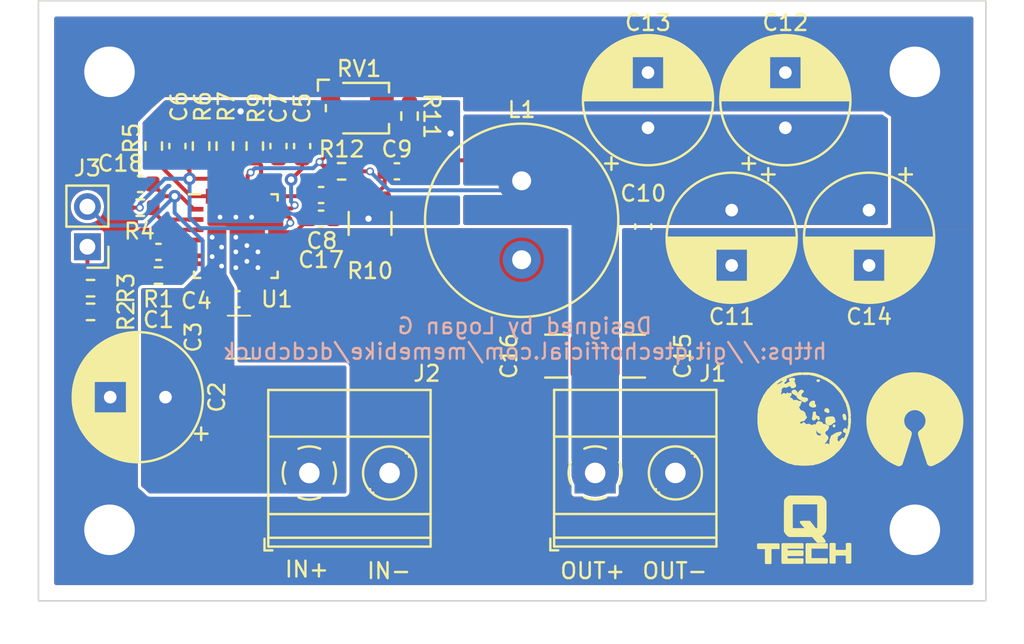
<source format=kicad_pcb>
(kicad_pcb (version 20211014) (generator pcbnew)

  (general
    (thickness 1.6)
  )

  (paper "A4")
  (layers
    (0 "F.Cu" signal)
    (31 "B.Cu" signal)
    (32 "B.Adhes" user "B.Adhesive")
    (33 "F.Adhes" user "F.Adhesive")
    (34 "B.Paste" user)
    (35 "F.Paste" user)
    (36 "B.SilkS" user "B.Silkscreen")
    (37 "F.SilkS" user "F.Silkscreen")
    (38 "B.Mask" user)
    (39 "F.Mask" user)
    (40 "Dwgs.User" user "User.Drawings")
    (41 "Cmts.User" user "User.Comments")
    (42 "Eco1.User" user "User.Eco1")
    (43 "Eco2.User" user "User.Eco2")
    (44 "Edge.Cuts" user)
    (45 "Margin" user)
    (46 "B.CrtYd" user "B.Courtyard")
    (47 "F.CrtYd" user "F.Courtyard")
    (48 "B.Fab" user)
    (49 "F.Fab" user)
    (50 "User.1" user)
    (51 "User.2" user)
    (52 "User.3" user)
    (53 "User.4" user)
    (54 "User.5" user)
    (55 "User.6" user)
    (56 "User.7" user)
    (57 "User.8" user)
    (58 "User.9" user)
  )

  (setup
    (stackup
      (layer "F.SilkS" (type "Top Silk Screen"))
      (layer "F.Paste" (type "Top Solder Paste"))
      (layer "F.Mask" (type "Top Solder Mask") (thickness 0.01))
      (layer "F.Cu" (type "copper") (thickness 0.035))
      (layer "dielectric 1" (type "core") (thickness 1.51) (material "FR4") (epsilon_r 4.5) (loss_tangent 0.02))
      (layer "B.Cu" (type "copper") (thickness 0.035))
      (layer "B.Mask" (type "Bottom Solder Mask") (thickness 0.01))
      (layer "B.Paste" (type "Bottom Solder Paste"))
      (layer "B.SilkS" (type "Bottom Silk Screen"))
      (copper_finish "None")
      (dielectric_constraints no)
    )
    (pad_to_mask_clearance 0)
    (pcbplotparams
      (layerselection 0x00010fc_ffffffff)
      (disableapertmacros false)
      (usegerberextensions false)
      (usegerberattributes true)
      (usegerberadvancedattributes true)
      (creategerberjobfile true)
      (svguseinch false)
      (svgprecision 6)
      (excludeedgelayer true)
      (plotframeref false)
      (viasonmask false)
      (mode 1)
      (useauxorigin false)
      (hpglpennumber 1)
      (hpglpenspeed 20)
      (hpglpendiameter 15.000000)
      (dxfpolygonmode true)
      (dxfimperialunits true)
      (dxfusepcbnewfont true)
      (psnegative false)
      (psa4output false)
      (plotreference true)
      (plotvalue true)
      (plotinvisibletext false)
      (sketchpadsonfab false)
      (subtractmaskfromsilk false)
      (outputformat 1)
      (mirror false)
      (drillshape 1)
      (scaleselection 1)
      (outputdirectory "")
    )
  )

  (net 0 "")
  (net 1 "Net-(C1-Pad2)")
  (net 2 "VCC")
  (net 3 "GND")
  (net 4 "Net-(C5-Pad2)")
  (net 5 "Net-(C6-Pad2)")
  (net 6 "Net-(C7-Pad1)")
  (net 7 "/VOUT/VSNS")
  (net 8 "Net-(C8-Pad2)")
  (net 9 "/VOUT/VOUT+")
  (net 10 "unconnected-(U1-Pad15)")
  (net 11 "Net-(C17-Pad2)")
  (net 12 "Net-(R1-Pad1)")
  (net 13 "Net-(C1-Pad1)")
  (net 14 "/VOUT/SW")
  (net 15 "Net-(R2-Pad1)")
  (net 16 "Net-(R4-Pad2)")
  (net 17 "Net-(R5-Pad2)")
  (net 18 "Net-(R6-Pad2)")
  (net 19 "Net-(R7-Pad2)")
  (net 20 "Net-(R9-Pad1)")
  (net 21 "Net-(R11-Pad2)")
  (net 22 "/VOUT/VFB")
  (net 23 "Net-(J3-Pad1)")

  (footprint "LOGO" (layer "F.Cu") (at 188.4 114.3264))

  (footprint "MountingHole:MountingHole_3.2mm_M3_Pad" (layer "F.Cu") (at 195.4 114.1))

  (footprint "LOGO" (layer "F.Cu") (at 188.4 107.1 180))

  (footprint "Resistor_SMD:R_0603_1608Metric" (layer "F.Cu") (at 151.7 89.8 -90))

  (footprint "Resistor_SMD:R_0603_1608Metric" (layer "F.Cu") (at 150.2 89.8 -90))

  (footprint "Capacitor_SMD:C_1210_3225Metric" (layer "F.Cu") (at 152.6 101.9))

  (footprint "Resistor_SMD:R_0603_1608Metric" (layer "F.Cu") (at 143.2 98.8 180))

  (footprint "TerminalBlock_Phoenix:TerminalBlock_Phoenix_MKDS-1,5-2-5.08_1x02_P5.08mm_Horizontal" (layer "F.Cu") (at 175.155 110.5))

  (footprint "SiC46x:Vishay_PowerPAK_MLP55-27L_R" (layer "F.Cu") (at 152.4 95.5))

  (footprint "TerminalBlock_Phoenix:TerminalBlock_Phoenix_MKDS-1,5-2-5.08_1x02_P5.08mm_Horizontal" (layer "F.Cu") (at 157.055 110.505))

  (footprint "Resistor_SMD:R_0603_1608Metric" (layer "F.Cu") (at 159.1 91.4))

  (footprint "MountingHole:MountingHole_3.2mm_M3_Pad" (layer "F.Cu") (at 144.4 114.1))

  (footprint "Capacitor_THT:CP_Radial_D8.0mm_P3.50mm" (layer "F.Cu") (at 192.5 93.855599 -90))

  (footprint "Capacitor_SMD:C_0603_1608Metric" (layer "F.Cu") (at 146.345138 92.201831 180))

  (footprint "Inductor_THT:L_Radial_D12.0mm_P5.00mm_Neosid_SD12_style2" (layer "F.Cu") (at 170.5 97 90))

  (footprint "Capacitor_SMD:C_0603_1608Metric" (layer "F.Cu") (at 147.5 96.5 180))

  (footprint "Capacitor_THT:CP_Radial_D8.0mm_P3.50mm" (layer "F.Cu") (at 183.8 93.855599 -90))

  (footprint "Resistor_SMD:R_0603_1608Metric" (layer "F.Cu") (at 153.6 89.8 90))

  (footprint "Capacitor_SMD:C_0603_1608Metric" (layer "F.Cu") (at 152.5 99.5))

  (footprint "Capacitor_THT:CP_Radial_D8.0mm_P3.50mm" (layer "F.Cu") (at 187.2 88.644401 90))

  (footprint "Resistor_SMD:R_0603_1608Metric" (layer "F.Cu") (at 143.2 100.3 180))

  (footprint "Resistor_SMD:R_0603_1608Metric" (layer "F.Cu") (at 147.2 89.8 -90))

  (footprint "Resistor_SMD:R_0603_1608Metric" (layer "F.Cu") (at 146.345138 93.701831))

  (footprint "Connector_PinHeader_2.54mm:PinHeader_1x02_P2.54mm_Vertical" (layer "F.Cu") (at 143 96.175 180))

  (footprint "MountingHole:MountingHole_3.2mm_M3_Pad" (layer "F.Cu") (at 195.4 85.1))

  (footprint "Resistor_SMD:R_1210_3225Metric" (layer "F.Cu")
    (tedit 5F68FEEE) (tstamp be1c8261-181d-4483-80de-f8fa9adcede1)
    (at 160.9 94.7 90)
    (descr "Resistor SMD 1210 (3225 Metric), square (rectangular) end terminal, IPC_7351 nominal, (Body size source: IPC-SM-782 page 72, https://www.pcb-3d.com/wordpress/wp-content/uploads/ipc-sm-782a_amendment_1_and_2.pdf), generated with kicad-footprint-generator")
    (tags "resistor")
    (property "Sheetfile" "VOUT.kicad_sch")
    (property "Sheetname" "VOUT")
    (path "/8ac8b7f5-c251-49b8-81b0-bcdabe9bc5d6/a61ac5b0-6d1f-46dc-a974-03e370dcfcf2")
    (attr smd)
    (fp_text reference "R10" (at -3 0 unlocked) (layer "F.SilkS")
      (effects (font (size 1 1) (thickness 0.153)))
      (tstamp ee5f1d3b-c8c7-4016-bdc3-d37d357479f6)
    )
    (fp_text value "33k" (at 0 2.28 90) (layer "F.Fab")
      (effects (font (size 1 1) (thickness 0.15)))
      (tstamp e5263a99-cb32-47cb-ba82-590d3b8124c3)
    )
    (fp_text user "${REFERENCE}" (at 0 0 90) (layer "F.Fab")
      (effects (font (size 0.8 0.8) (thickness 0.12)))
      (tstamp a130e5d2-02e9-4a0b-ace2-57a0278940db)
    )
    (fp_line (start -0.723737 1.355) (end 0.723737 1.355) (layer "F.SilkS") (width 0.153) (tstamp 0d6fae28-7c53-4d9e-925d-6cddb7ff7a8f))
    (fp_line (start -0.723737 -1.355) (end 0.723737 -1.355) (layer "F.SilkS") (width 0.153) (tstamp 9c512abc-3663-402a-a747-bff4e83561cc))
    (fp_line (start 2.28 1.58) (end -2.28 1.58) (layer "F.CrtYd") (width 0.05) (tstamp 0f9bedd1-3e9b-4b40-81e1-a5b75a1bed68))
    (fp_line (start -2.28 1.58) (end -2.28 -1.58) (layer "F.CrtYd") (width 0.05) (tstamp 34780664-4736-46f4-ba15-309756ff3184))
    (fp_line (start -2.28 -1.58) (end 2.28 -1.58) (layer "F.CrtYd") (width 0.05) (tstamp 54b46b03-d074-4cbf-8b88-b86b30230c3d))
    (fp_line (start 2.28 -1.58) (end 2.28 1.58) (layer "F.CrtYd") (width 0.05) (tstamp fce3e26a-6788-45d7-87de-b2006ffc9c69))
    (fp_line (start 1.6 -1.245) (end 1.6 1.245) (layer "F.Fab") (width 0.1) (tstamp 3121ddb2-11d1-416c-98d6-059cd581069b))
    (fp_line (start -1.6 1.245) (end -1.6 -1.245) (layer "F.Fab") (width 0.1) (tstamp 59437de4-0430-4889-aacb-bbfc7751f6c5))
    (fp_line (start -1.6 -1.245) (end 1.6 -1.245) (layer "F.Fab") (width 0.1) (tstamp 5971ce1a-25aa-451f-a3a2-54c524403d74))
    (fp_line (start 1.6 1.245) (end -1.6 1.245) (layer "F.Fab") (width 0.1) (tstamp ee484203-adfa-40fd-bc84-2660b5aeea20))
    (pad "1" smd roundrect (at -1.4625 0 90) (size 1.125 2.65) (layers "F.Cu" "F.Paste" "F.Mask") (roundrect_rratio 0.222222)
      (net 14 "/VOUT/SW") (pintype "passive") (tstamp d1d16612-4c0b-4646-9b50-2785a40a02dd))
    (pad "2" smd roundrect (at 1.4625 0 90) (size 1.125 2.65) (layers "F.Cu" "F.Paste" "F.Mask") (roundrect_rratio 0.222222)
      (net 8 "Net-(C8-Pad2)") (pintype "passive") (tstamp 7f57fb47-76c9-42c5-b608-1f5623dc16ba))
    (model "${KICAD6_3DMODEL_DIR}/Resistor_SMD.3dshapes/R_1210_3225Metric.wrl"
      (offset (xyz 0 0 0))
      (scale (xyz 1 1 1))
      (rotate (xyz 
... [186700 chars truncated]
</source>
